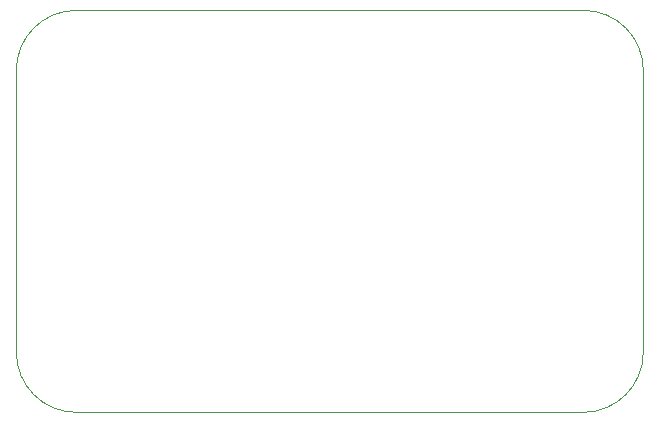
<source format=gbr>
G04 #@! TF.GenerationSoftware,KiCad,Pcbnew,(5.0.1)-3*
G04 #@! TF.CreationDate,2020-03-18T22:13:11-04:00*
G04 #@! TF.ProjectId,viparspectra-adapter,7669706172737065637472612D616461,rev?*
G04 #@! TF.SameCoordinates,Original*
G04 #@! TF.FileFunction,Profile,NP*
%FSLAX46Y46*%
G04 Gerber Fmt 4.6, Leading zero omitted, Abs format (unit mm)*
G04 Created by KiCad (PCBNEW (5.0.1)-3) date 3/18/2020 10:13:11 PM*
%MOMM*%
%LPD*%
G01*
G04 APERTURE LIST*
%ADD10C,0.100000*%
G04 APERTURE END LIST*
D10*
X170942000Y-64008000D02*
G75*
G02X176022000Y-69088000I0J-5080000D01*
G01*
X122936000Y-69088000D02*
G75*
G02X128016000Y-64008000I5080000J0D01*
G01*
X176022000Y-92964000D02*
G75*
G02X170942000Y-98044000I-5080000J0D01*
G01*
X128016000Y-98044000D02*
G75*
G02X122936000Y-92964000I0J5080000D01*
G01*
X128016000Y-64008000D02*
X170942000Y-64008000D01*
X122936000Y-92964000D02*
X122936000Y-69088000D01*
X170942000Y-98044000D02*
X128016000Y-98044000D01*
X176022000Y-69088000D02*
X176022000Y-92964000D01*
M02*

</source>
